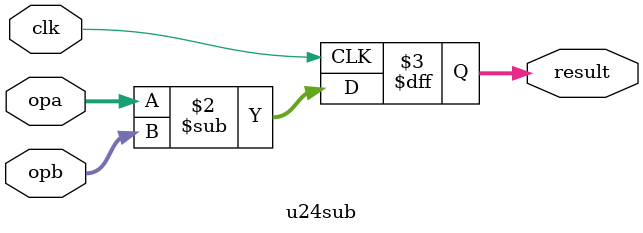
<source format=v>
/*

arithmetic functional units, to mix and match in the final design.
currently only supporting unsigned 24-bit arithmetic.

*/

`timescale 1ns / 1ns

module u24add(
    input clk,
    input [23:0] opa,
    input [23:0] opb,
    output reg [23:0] result
    //output reg [23:0] status
);
    
    //wire ov, z;
    //assign ov = {1'b0, opa} + {1'b0, opb} > 25'hFFFFFF ? 1'h1 : 1'h0;
    //assign z = opa + opb == 24'h0 ? 1'h1 : 1'h0;
    
    always @(posedge clk) begin
        result <= opa + opb;
        //status <= {22'h0, z, ov};
    end
endmodule

module u24sub(
    input clk,
    input [23:0] opa,
    input [23:0] opb,
    output reg [23:0] result
    //output reg [23:0] status
);

    //wire uv, z;
    //assign uv = {1'b0, opa} - {1'b0, opb} > 25'hFFFFFF ? 1'h1 : 1'h0;
    //assign z = opa - opb == 24'h0 ? 1'h1 : 1'h0;
    
    always @(posedge clk) begin
        result <= opa - opb;
        //status <= {22'h0, z, uv};
    end
endmodule
</source>
